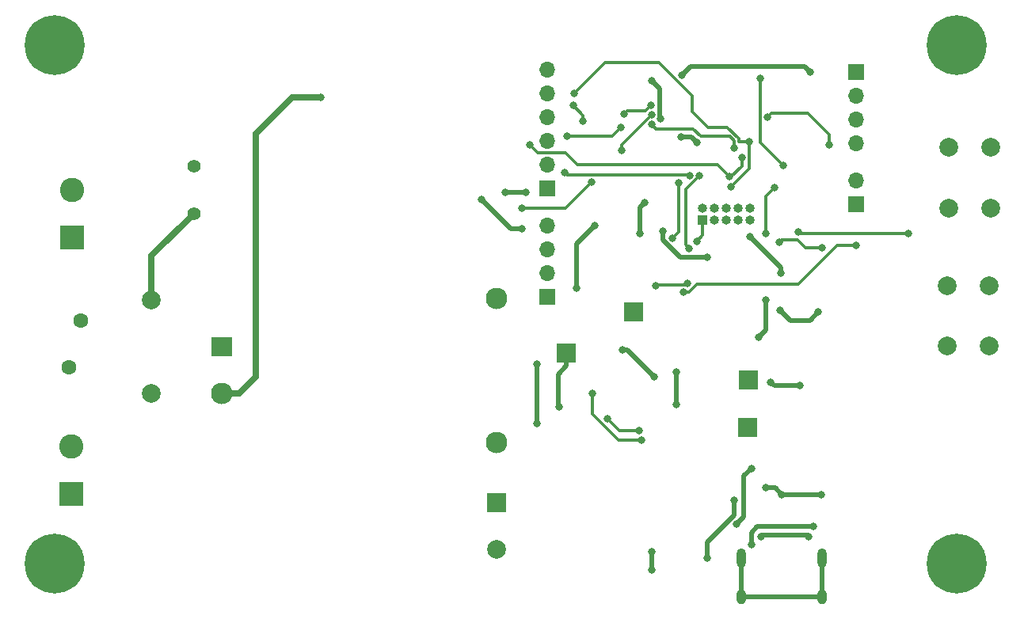
<source format=gbl>
G04 #@! TF.GenerationSoftware,KiCad,Pcbnew,(7.0.0-0)*
G04 #@! TF.CreationDate,2023-03-13T11:18:44+01:00*
G04 #@! TF.ProjectId,ESPMeter,4553504d-6574-4657-922e-6b696361645f,rev?*
G04 #@! TF.SameCoordinates,Original*
G04 #@! TF.FileFunction,Copper,L2,Bot*
G04 #@! TF.FilePolarity,Positive*
%FSLAX46Y46*%
G04 Gerber Fmt 4.6, Leading zero omitted, Abs format (unit mm)*
G04 Created by KiCad (PCBNEW (7.0.0-0)) date 2023-03-13 11:18:44*
%MOMM*%
%LPD*%
G01*
G04 APERTURE LIST*
G04 #@! TA.AperFunction,ComponentPad*
%ADD10R,1.700000X1.700000*%
G04 #@! TD*
G04 #@! TA.AperFunction,ComponentPad*
%ADD11O,1.700000X1.700000*%
G04 #@! TD*
G04 #@! TA.AperFunction,ComponentPad*
%ADD12R,2.000000X2.000000*%
G04 #@! TD*
G04 #@! TA.AperFunction,ComponentPad*
%ADD13C,1.600000*%
G04 #@! TD*
G04 #@! TA.AperFunction,ComponentPad*
%ADD14C,3.600000*%
G04 #@! TD*
G04 #@! TA.AperFunction,ConnectorPad*
%ADD15C,6.400000*%
G04 #@! TD*
G04 #@! TA.AperFunction,ComponentPad*
%ADD16C,2.000000*%
G04 #@! TD*
G04 #@! TA.AperFunction,ComponentPad*
%ADD17C,1.408000*%
G04 #@! TD*
G04 #@! TA.AperFunction,ComponentPad*
%ADD18R,1.000000X1.000000*%
G04 #@! TD*
G04 #@! TA.AperFunction,ComponentPad*
%ADD19O,1.000000X1.000000*%
G04 #@! TD*
G04 #@! TA.AperFunction,ComponentPad*
%ADD20R,2.300000X2.000000*%
G04 #@! TD*
G04 #@! TA.AperFunction,ComponentPad*
%ADD21C,2.300000*%
G04 #@! TD*
G04 #@! TA.AperFunction,ComponentPad*
%ADD22R,2.600000X2.600000*%
G04 #@! TD*
G04 #@! TA.AperFunction,ComponentPad*
%ADD23C,2.600000*%
G04 #@! TD*
G04 #@! TA.AperFunction,ComponentPad*
%ADD24O,1.000000X2.100000*%
G04 #@! TD*
G04 #@! TA.AperFunction,ComponentPad*
%ADD25O,1.000000X1.600000*%
G04 #@! TD*
G04 #@! TA.AperFunction,ViaPad*
%ADD26C,0.800000*%
G04 #@! TD*
G04 #@! TA.AperFunction,Conductor*
%ADD27C,0.500000*%
G04 #@! TD*
G04 #@! TA.AperFunction,Conductor*
%ADD28C,0.300000*%
G04 #@! TD*
G04 #@! TA.AperFunction,Conductor*
%ADD29C,0.700000*%
G04 #@! TD*
G04 APERTURE END LIST*
D10*
X176199999Y-64379999D03*
D11*
X176199999Y-66919999D03*
X176199999Y-69459999D03*
X176199999Y-71999999D03*
D12*
X164693599Y-97307399D03*
D10*
X143199999Y-76879999D03*
D11*
X143199999Y-74339999D03*
X143199999Y-71799999D03*
X143199999Y-69259999D03*
X143199999Y-66719999D03*
X143199999Y-64179999D03*
D13*
X93362958Y-90966104D03*
X92062958Y-95966104D03*
D14*
X187000000Y-117000000D03*
D15*
X187000000Y-117000000D03*
D16*
X100860000Y-98800000D03*
X100860000Y-88800000D03*
D14*
X187000000Y-61500000D03*
D15*
X187000000Y-61500000D03*
D17*
X105400000Y-74470000D03*
X105400000Y-79550000D03*
D16*
X185980000Y-93735000D03*
X185980000Y-87235000D03*
X190480000Y-93735000D03*
X190480000Y-87235000D03*
D18*
X159832199Y-80203199D03*
D19*
X159832199Y-78933199D03*
X161102199Y-80203199D03*
X161102199Y-78933199D03*
X162372199Y-80203199D03*
X162372199Y-78933199D03*
X163642199Y-80203199D03*
X163642199Y-78933199D03*
X164912199Y-80203199D03*
X164912199Y-78933199D03*
D20*
X108372557Y-93807103D03*
D21*
X108372558Y-98807104D03*
X137772558Y-88607104D03*
X137772558Y-104007104D03*
D16*
X186105000Y-78960000D03*
X186105000Y-72460000D03*
X190605000Y-78960000D03*
X190605000Y-72460000D03*
D12*
X164609999Y-102459999D03*
D14*
X90500000Y-61500000D03*
D15*
X90500000Y-61500000D03*
D22*
X92289999Y-109494999D03*
D23*
X92290000Y-104415000D03*
D24*
X163954999Y-116356799D03*
D25*
X163954999Y-120536799D03*
D24*
X172594999Y-116356799D03*
D25*
X172594999Y-120536799D03*
D10*
X143199999Y-88419999D03*
D11*
X143199999Y-85879999D03*
X143199999Y-83339999D03*
X143199999Y-80799999D03*
D22*
X92408157Y-82112303D03*
D23*
X92408158Y-77032304D03*
D14*
X90500000Y-117000000D03*
D15*
X90500000Y-117000000D03*
D12*
X145249999Y-94429999D03*
D10*
X176199999Y-78574999D03*
D11*
X176199999Y-76034999D03*
D12*
X152452557Y-90037103D03*
X137772557Y-110437103D03*
D16*
X137772558Y-115437104D03*
D26*
X166550000Y-88790000D03*
X157520000Y-71360000D03*
X157025000Y-96525000D03*
X166575500Y-108900902D03*
X168290000Y-109630000D03*
X154410000Y-65340000D03*
X153649977Y-78340023D03*
X155270478Y-69387294D03*
X172500000Y-109600000D03*
X165060000Y-114950000D03*
X157025000Y-99950000D03*
X153090000Y-81720000D03*
X154360000Y-115695500D03*
X164900000Y-82050000D03*
X159198509Y-71958476D03*
X165800000Y-92775000D03*
X168175000Y-85875000D03*
X140525000Y-81150000D03*
X136175000Y-78000000D03*
X171610000Y-113040000D03*
X154360000Y-117700000D03*
X166025500Y-114090000D03*
X165010000Y-106790000D03*
X163400688Y-112770688D03*
X171170000Y-114110000D03*
X160280000Y-116360000D03*
X144472896Y-100197104D03*
X163140000Y-110200000D03*
X168100000Y-89925000D03*
X140875000Y-77275000D03*
X167080000Y-97560000D03*
X160340000Y-84220000D03*
X170170000Y-97950000D03*
X155550000Y-81450000D03*
X171300000Y-64400000D03*
X146330000Y-87500000D03*
X148250000Y-80830000D03*
X138675000Y-77275000D03*
X157570402Y-64780402D03*
X172187500Y-90087500D03*
X172550000Y-83230000D03*
X166560000Y-81660000D03*
X167478686Y-76771314D03*
X167975300Y-82620000D03*
X159175000Y-82500000D03*
X145025000Y-75200000D03*
X158420587Y-75479459D03*
X154393264Y-70036691D03*
X145300500Y-71300000D03*
X151075000Y-70350000D03*
X163172558Y-72531304D03*
X164000000Y-73575000D03*
X141300000Y-72225000D03*
X162650000Y-75575000D03*
X164772558Y-71900000D03*
X146100000Y-66700000D03*
X162800000Y-76700000D03*
X158200000Y-87020000D03*
X159470000Y-75490000D03*
X154820000Y-87230000D03*
X158362558Y-83250000D03*
X176210000Y-82960000D03*
X157760000Y-87920500D03*
X157230000Y-76230000D03*
X156600000Y-82175000D03*
X166740000Y-69210000D03*
X173300000Y-72200000D03*
X118955000Y-67110000D03*
X151270000Y-94120000D03*
X142060000Y-102010000D03*
X154630000Y-97010000D03*
X142060000Y-95650000D03*
X147900000Y-76200000D03*
X151179662Y-72790000D03*
X154353762Y-68989000D03*
X140525000Y-78975000D03*
X147000000Y-69625000D03*
X154289434Y-67991570D03*
X151440000Y-68900000D03*
X145949312Y-67999312D03*
X168430000Y-74410000D03*
X181810000Y-81640000D03*
X170040000Y-81470000D03*
X165990000Y-65070000D03*
X153241951Y-103769776D03*
X148043633Y-98790601D03*
X153000000Y-102800000D03*
X149600000Y-101500000D03*
D27*
X166550000Y-92025000D02*
X166550000Y-88790000D01*
X164900000Y-82050000D02*
X168175000Y-85325000D01*
X165000000Y-114949500D02*
X165000000Y-113715000D01*
X155231548Y-66161548D02*
X154410000Y-65340000D01*
X157025000Y-96525000D02*
X157025000Y-99950000D01*
X155270478Y-69387294D02*
X155231548Y-69348364D01*
X168175000Y-85325000D02*
X168175000Y-85875000D01*
X157520000Y-71360000D02*
X158600033Y-71360000D01*
X172470000Y-109630000D02*
X168290000Y-109630000D01*
X172500000Y-109600000D02*
X172470000Y-109630000D01*
X153090000Y-78900000D02*
X153649977Y-78340023D01*
X165000000Y-113715000D02*
X165675000Y-113040000D01*
X165800000Y-92775000D02*
X166550000Y-92025000D01*
X167560902Y-108900902D02*
X168290000Y-109630000D01*
X165675000Y-113040000D02*
X171610000Y-113040000D01*
X158600033Y-71360000D02*
X159198509Y-71958476D01*
X166575500Y-108900902D02*
X167560902Y-108900902D01*
X155231548Y-69348364D02*
X155231548Y-66161548D01*
X153090000Y-81720000D02*
X153090000Y-78900000D01*
X139325000Y-81150000D02*
X140525000Y-81150000D01*
X154360000Y-115695500D02*
X154360000Y-117700000D01*
X136175000Y-78000000D02*
X139325000Y-81150000D01*
X164180000Y-111991376D02*
X164180000Y-107620000D01*
X170995000Y-113935000D02*
X166180500Y-113935000D01*
X163400688Y-112770688D02*
X164180000Y-111991376D01*
X164180000Y-107620000D02*
X165010000Y-106790000D01*
X166180500Y-113935000D02*
X166025500Y-114090000D01*
X171170000Y-114110000D02*
X170995000Y-113935000D01*
X144472896Y-100197104D02*
X144360000Y-100084208D01*
X144360000Y-96740000D02*
X145250000Y-95850000D01*
X163140000Y-111830000D02*
X160280000Y-114690000D01*
X160280000Y-114690000D02*
X160280000Y-116360000D01*
X145250000Y-95850000D02*
X145250000Y-94430000D01*
X144360000Y-100084208D02*
X144360000Y-96740000D01*
X163140000Y-110200000D02*
X163140000Y-111830000D01*
X138675000Y-77275000D02*
X140875000Y-77275000D01*
X157570402Y-64780402D02*
X158540804Y-63810000D01*
X170170000Y-97950000D02*
X167470000Y-97950000D01*
X160340000Y-84220000D02*
X157395000Y-84220000D01*
X169175000Y-91000000D02*
X168100000Y-89925000D01*
X171275000Y-91000000D02*
X169175000Y-91000000D01*
X157395000Y-84220000D02*
X155550000Y-82375000D01*
X146330000Y-87500000D02*
X146330000Y-82750000D01*
X158540804Y-63810000D02*
X170710000Y-63810000D01*
X146330000Y-82750000D02*
X148250000Y-80830000D01*
X155550000Y-82375000D02*
X155550000Y-81450000D01*
X167470000Y-97950000D02*
X167080000Y-97560000D01*
X172187500Y-90087500D02*
X171275000Y-91000000D01*
X170710000Y-63810000D02*
X171300000Y-64400000D01*
D28*
X170805000Y-83230000D02*
X169950000Y-82375000D01*
X167478686Y-76771314D02*
X166560000Y-77690000D01*
X172550000Y-83230000D02*
X170805000Y-83230000D01*
X166560000Y-77690000D02*
X166560000Y-81660000D01*
X169950000Y-82375000D02*
X168220300Y-82375000D01*
X168220300Y-82375000D02*
X167975300Y-82620000D01*
X159832200Y-80203200D02*
X159832200Y-81842800D01*
X159832200Y-81842800D02*
X159175000Y-82500000D01*
X158391128Y-75450000D02*
X145275000Y-75450000D01*
X145275000Y-75450000D02*
X145025000Y-75200000D01*
X158420587Y-75479459D02*
X158391128Y-75450000D01*
X163175000Y-71750000D02*
X163175000Y-72528862D01*
X145300500Y-71300000D02*
X150125000Y-71300000D01*
X150125000Y-71300000D02*
X151075000Y-70350000D01*
X162725000Y-71300000D02*
X163175000Y-71750000D01*
X154820754Y-70464181D02*
X158754181Y-70464181D01*
X158754181Y-70464181D02*
X159590000Y-71300000D01*
X163175000Y-72528862D02*
X163172558Y-72531304D01*
X154393264Y-70036691D02*
X154820754Y-70464181D01*
X159590000Y-71300000D02*
X162725000Y-71300000D01*
X164000000Y-74450000D02*
X162875000Y-75575000D01*
X146400000Y-74300000D02*
X161375000Y-74300000D01*
X142150000Y-73075000D02*
X145175000Y-73075000D01*
X161375000Y-74300000D02*
X162650000Y-75575000D01*
X145175000Y-73075000D02*
X146400000Y-74300000D01*
X141300000Y-72225000D02*
X142150000Y-73075000D01*
X164000000Y-73575000D02*
X164000000Y-74450000D01*
X162875000Y-75575000D02*
X162650000Y-75575000D01*
X164772558Y-71900000D02*
X163675000Y-71900000D01*
X160375000Y-70325000D02*
X158680000Y-68630000D01*
X163675000Y-71542893D02*
X162457106Y-70325000D01*
X155159339Y-63430000D02*
X149370000Y-63430000D01*
X158680000Y-66950661D02*
X155159339Y-63430000D01*
X158680000Y-68630000D02*
X158680000Y-66950661D01*
X163675000Y-71900000D02*
X163675000Y-71542893D01*
X164772558Y-74727442D02*
X164772558Y-71900000D01*
X162457106Y-70325000D02*
X160375000Y-70325000D01*
X162800000Y-76700000D02*
X164772558Y-74727442D01*
X149370000Y-63430000D02*
X146100000Y-66700000D01*
X158200000Y-87020000D02*
X158050000Y-87170000D01*
X158000000Y-82887442D02*
X158000000Y-76960000D01*
X158050000Y-87170000D02*
X154880000Y-87170000D01*
X158362558Y-83250000D02*
X158000000Y-82887442D01*
X158000000Y-76960000D02*
X159470000Y-75490000D01*
X154880000Y-87170000D02*
X154820000Y-87230000D01*
X176210000Y-82960000D02*
X174190661Y-82960000D01*
X156600000Y-82175000D02*
X156600000Y-82150000D01*
X157230000Y-81520000D02*
X157230000Y-76230000D01*
X159205661Y-87075000D02*
X158360161Y-87920500D01*
X174190661Y-82960000D02*
X170075661Y-87075000D01*
X170075661Y-87075000D02*
X159205661Y-87075000D01*
X156600000Y-82150000D02*
X157230000Y-81520000D01*
X158360161Y-87920500D02*
X157760000Y-87920500D01*
X171040000Y-68820000D02*
X173300000Y-71080000D01*
X173300000Y-71080000D02*
X173300000Y-72200000D01*
X166740000Y-69210000D02*
X167130000Y-68820000D01*
X167130000Y-68820000D02*
X171040000Y-68820000D01*
D29*
X110222558Y-98807104D02*
X108372558Y-98807104D01*
X115905000Y-67110000D02*
X112020000Y-70995000D01*
X118955000Y-67110000D02*
X115905000Y-67110000D01*
X112020000Y-97009662D02*
X110222558Y-98807104D01*
X112020000Y-70995000D02*
X112020000Y-97009662D01*
D27*
X151740000Y-94120000D02*
X154630000Y-97010000D01*
X151270000Y-94120000D02*
X151740000Y-94120000D01*
X142060000Y-102010000D02*
X142060000Y-95650000D01*
D28*
X140550000Y-78950000D02*
X145150000Y-78950000D01*
X154353762Y-68989000D02*
X154353762Y-69016238D01*
X154353762Y-69016238D02*
X151179662Y-72190338D01*
X151179662Y-72190338D02*
X151179662Y-72790000D01*
X145150000Y-78950000D02*
X147900000Y-76200000D01*
X140525000Y-78975000D02*
X140550000Y-78950000D01*
X151440000Y-68900000D02*
X151790000Y-68550000D01*
X147000000Y-69050000D02*
X147000000Y-69625000D01*
X145949312Y-67999312D02*
X147000000Y-69050000D01*
X153731004Y-68550000D02*
X154289434Y-67991570D01*
X151790000Y-68550000D02*
X153731004Y-68550000D01*
X165990000Y-71970000D02*
X168430000Y-74410000D01*
X181810000Y-81640000D02*
X170210000Y-81640000D01*
X170210000Y-81640000D02*
X170040000Y-81470000D01*
X165990000Y-65070000D02*
X165990000Y-71970000D01*
D27*
X172595000Y-116356800D02*
X172595000Y-120536800D01*
X163955000Y-120536800D02*
X172595000Y-120536800D01*
X163955000Y-116356800D02*
X163955000Y-120536800D01*
D28*
X148043633Y-101004294D02*
X150809115Y-103769776D01*
X150809115Y-103769776D02*
X153241951Y-103769776D01*
X148043633Y-98790601D02*
X148043633Y-101004294D01*
X153000000Y-102800000D02*
X150900000Y-102800000D01*
X150900000Y-102800000D02*
X149600000Y-101500000D01*
D29*
X100860000Y-84090000D02*
X105400000Y-79550000D01*
X100860000Y-88800000D02*
X100860000Y-84090000D01*
M02*

</source>
